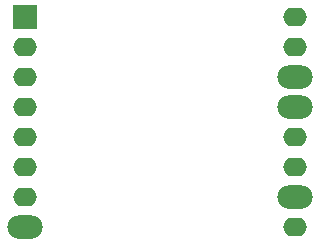
<source format=gbs>
G04 #@! TF.GenerationSoftware,KiCad,Pcbnew,(5.1.7)-1*
G04 #@! TF.CreationDate,2021-11-12T18:57:48+01:00*
G04 #@! TF.ProjectId,CO2-Breakout,434f322d-4272-4656-916b-6f75742e6b69,rev?*
G04 #@! TF.SameCoordinates,Original*
G04 #@! TF.FileFunction,Soldermask,Bot*
G04 #@! TF.FilePolarity,Negative*
%FSLAX46Y46*%
G04 Gerber Fmt 4.6, Leading zero omitted, Abs format (unit mm)*
G04 Created by KiCad (PCBNEW (5.1.7)-1) date 2021-11-12 18:57:48*
%MOMM*%
%LPD*%
G01*
G04 APERTURE LIST*
%ADD10O,2.000000X1.600000*%
%ADD11O,3.000000X2.000000*%
%ADD12R,2.000000X2.000000*%
G04 APERTURE END LIST*
D10*
G04 #@! TO.C,U2*
X112355001Y-94875000D03*
X112355001Y-97415000D03*
D11*
X112355001Y-99955000D03*
X112355001Y-102495000D03*
D10*
X112355001Y-105035000D03*
X112355001Y-107575000D03*
D11*
X112355001Y-110115000D03*
D10*
X112355001Y-112655000D03*
D11*
X89495001Y-112655000D03*
D10*
X89495001Y-110115000D03*
X89495001Y-107575000D03*
X89495001Y-105035000D03*
X89495001Y-102495000D03*
X89495001Y-99955000D03*
D12*
X89495001Y-94875000D03*
D10*
X89495001Y-97415000D03*
G04 #@! TD*
M02*

</source>
